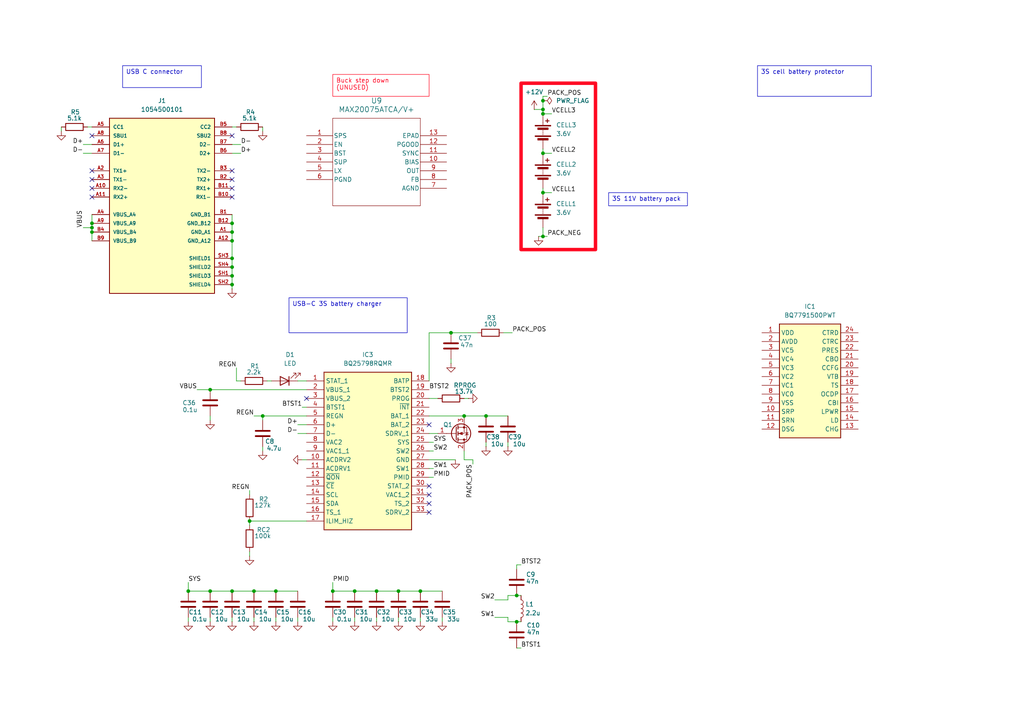
<source format=kicad_sch>
(kicad_sch (version 20231120) (generator "eeschema") (generator_version "8.0")
  (paper "A4")
  (title_block (title "FMU") (date "2024-04-05") (rev "1") (company "Daniel Pérez (steewBSD)") (comment 1 "Flight Management Unit for quadcopter") (comment 2 "USB interface, power supply and battery charging and protection"))
  (lib_symbols
    (symbol "1054500101:1054500101" (pin_names (offset 1.016))
      (property "Reference" "J" (at -15.24 26.162 0))
      (property "Value" "1054500101" (at -15.24 -27.94 0))
      (symbol "1054500101_0_0"
        (rectangle (start -15.24 -25.4) (end 15.24 25.4) (stroke (width 0.254)) (fill (type background)))
        (pin power_in line (at 20.32 -7.62 180) (length 5.08) (name "GND_A1") (number "A1"))
        (pin bidirectional line (at -20.32 5.08 0) (length 5.08) (name "RX2-") (number "A10"))
        (pin bidirectional line (at -20.32 2.54 0) (length 5.08) (name "RX2+") (number "A11"))
        (pin power_in line (at 20.32 -10.16 180) (length 5.08) (name "GND_A12") (number "A12"))
        (pin bidirectional line (at -20.32 10.16 0) (length 5.08) (name "TX1+") (number "A2"))
        (pin bidirectional line (at -20.32 7.62 0) (length 5.08) (name "TX1-") (number "A3"))
        (pin power_in line (at -20.32 -2.54 0) (length 5.08) (name "VBUS_A4") (number "A4"))
        (pin bidirectional line (at -20.32 22.86 0) (length 5.08) (name "CC1") (number "A5"))
        (pin bidirectional line (at -20.32 17.78 0) (length 5.08) (name "D1+") (number "A6"))
        (pin bidirectional line (at -20.32 15.24 0) (length 5.08) (name "D1-") (number "A7"))
        (pin bidirectional line (at -20.32 20.32 0) (length 5.08) (name "SBU1") (number "A8"))
        (pin power_in line (at -20.32 -5.08 0) (length 5.08) (name "VBUS_A9") (number "A9"))
        (pin power_in line (at 20.32 -2.54 180) (length 5.08) (name "GND_B1") (number "B1"))
        (pin bidirectional line (at 20.32 2.54 180) (length 5.08) (name "RX1-") (number "B10"))
        (pin bidirectional line (at 20.32 5.08 180) (length 5.08) (name "RX1+") (number "B11"))
        (pin power_in line (at 20.32 -5.08 180) (length 5.08) (name "GND_B12") (number "B12"))
        (pin bidirectional line (at 20.32 7.62 180) (length 5.08) (name "TX2+") (number "B2"))
        (pin bidirectional line (at 20.32 10.16 180) (length 5.08) (name "TX2-") (number "B3"))
        (pin power_in line (at -20.32 -7.62 0) (length 5.08) (name "VBUS_B4") (number "B4"))
        (pin bidirectional line (at 20.32 22.86 180) (length 5.08) (name "CC2") (number "B5"))
        (pin bidirectional line (at 20.32 15.24 180) (length 5.08) (name "D2+") (number "B6"))
        (pin bidirectional line (at 20.32 17.78 180) (length 5.08) (name "D2-") (number "B7"))
        (pin bidirectional line (at 20.32 20.32 180) (length 5.08) (name "SBU2") (number "B8"))
        (pin power_in line (at -20.32 -10.16 0) (length 5.08) (name "VBUS_B9") (number "B9"))
        (pin passive line (at 20.32 -20.32 180) (length 5.08) (name "SHIELD3") (number "SH1"))
        (pin passive line (at 20.32 -22.86 180) (length 5.08) (name "SHIELD4") (number "SH2"))
        (pin passive line (at 20.32 -15.24 180) (length 5.08) (name "SHIELD1") (number "SH3"))
        (pin passive line (at 20.32 -17.78 180) (length 5.08) (name "SHIELD2") (number "SH4"))
      )
    )
    (symbol "2024-03-27_19-00-00:MAX20075ATCA_V+" (pin_names (offset 0.254))
      (property "Reference" "U" (at 20.32 10.16 0))
      (property "Value" "MAX20075ATCA/V+" (at 20.32 7.62 0))
      (symbol "MAX20075ATCA_V+_0_1"
        (polyline (pts (xy 7.62 -20.32) (xy 33.02 -20.32)) (stroke (width 0.127)))
        (polyline (pts (xy 7.62 5.08) (xy 7.62 -20.32)) (stroke (width 0.127)))
        (polyline (pts (xy 33.02 -20.32) (xy 33.02 5.08)) (stroke (width 0.127)))
        (polyline (pts (xy 33.02 5.08) (xy 7.62 5.08)) (stroke (width 0.127)))
        (pin unspecified line (at 0 0 0) (length 7.62) (name "SPS") (number "1"))
        (pin unspecified line (at 40.64 -7.62 180) (length 7.62) (name "BIAS") (number "10"))
        (pin input line (at 40.64 -5.08 180) (length 7.62) (name "SYNC") (number "11"))
        (pin output line (at 40.64 -2.54 180) (length 7.62) (name "PGOOD") (number "12"))
        (pin unspecified line (at 40.64 0 180) (length 7.62) (name "EPAD") (number "13"))
        (pin input line (at 0 -2.54 0) (length 7.62) (name "EN") (number "2"))
        (pin unspecified line (at 0 -5.08 0) (length 7.62) (name "BST") (number "3"))
        (pin input line (at 0 -7.62 0) (length 7.62) (name "SUP") (number "4"))
        (pin unspecified line (at 0 -10.16 0) (length 7.62) (name "LX") (number "5"))
        (pin power_in line (at 0 -12.7 0) (length 7.62) (name "PGND") (number "6"))
        (pin power_in line (at 40.64 -15.24 180) (length 7.62) (name "AGND") (number "7"))
        (pin output line (at 40.64 -12.7 180) (length 7.62) (name "FB") (number "8"))
        (pin output line (at 40.64 -10.16 180) (length 7.62) (name "OUT") (number "9"))
      )
    )
    (symbol "BQ25798RQMR:BQ25798RQMR"
      (property "Reference" "IC" (at 31.75 7.62 0))
      (property "Value" "BQ25798RQMR" (at 31.75 5.08 0))
      (symbol "BQ25798RQMR_1_1"
        (rectangle (start 5.08 2.54) (end 30.48 -43.18) (stroke (width 0.254)) (fill (type background)))
        (pin passive line (at 0 0 0) (length 5.08) (name "STAT_1") (number "1"))
        (pin passive line (at 0 -22.86 0) (length 5.08) (name "ACDRV2") (number "10"))
        (pin passive line (at 0 -25.4 0) (length 5.08) (name "ACDRV1") (number "11"))
        (pin passive line (at 0 -27.94 0) (length 5.08) (name "~{QON}") (number "12"))
        (pin passive line (at 0 -30.48 0) (length 5.08) (name "~{CE}") (number "13"))
        (pin passive line (at 0 -33.02 0) (length 5.08) (name "SCL") (number "14"))
        (pin passive line (at 0 -35.56 0) (length 5.08) (name "SDA") (number "15"))
        (pin passive line (at 0 -38.1 0) (length 5.08) (name "TS_1") (number "16"))
        (pin passive line (at 0 -40.64 0) (length 5.08) (name "ILIM_HIZ") (number "17"))
        (pin passive line (at 35.56 0 180) (length 5.08) (name "BATP") (number "18"))
        (pin passive line (at 35.56 -2.54 180) (length 5.08) (name "BTST2") (number "19"))
        (pin passive line (at 0 -2.54 0) (length 5.08) (name "VBUS_1") (number "2"))
        (pin passive line (at 35.56 -5.08 180) (length 5.08) (name "PROG") (number "20"))
        (pin passive line (at 35.56 -7.62 180) (length 5.08) (name "~{INT}") (number "21"))
        (pin passive line (at 35.56 -10.16 180) (length 5.08) (name "BAT_1") (number "22"))
        (pin passive line (at 35.56 -12.7 180) (length 5.08) (name "BAT_2") (number "23"))
        (pin passive line (at 35.56 -15.24 180) (length 5.08) (name "SDRV_1") (number "24"))
        (pin passive line (at 35.56 -17.78 180) (length 5.08) (name "SYS") (number "25"))
        (pin passive line (at 35.56 -20.32 180) (length 5.08) (name "SW2") (number "26"))
        (pin passive line (at 35.56 -22.86 180) (length 5.08) (name "GND") (number "27"))
        (pin passive line (at 35.56 -25.4 180) (length 5.08) (name "SW1") (number "28"))
        (pin passive line (at 35.56 -27.94 180) (length 5.08) (name "PMID") (number "29"))
        (pin passive line (at 0 -5.08 0) (length 5.08) (name "VBUS_2") (number "3"))
        (pin passive line (at 35.56 -30.48 180) (length 5.08) (name "STAT_2") (number "30"))
        (pin passive line (at 35.56 -33.02 180) (length 5.08) (name "VAC1_2") (number "31"))
        (pin passive line (at 35.56 -35.56 180) (length 5.08) (name "TS_2") (number "32"))
        (pin passive line (at 35.56 -38.1 180) (length 5.08) (name "SDRV_2") (number "33"))
        (pin passive line (at 0 -7.62 0) (length 5.08) (name "BTST1") (number "4"))
        (pin passive line (at 0 -10.16 0) (length 5.08) (name "REGN") (number "5"))
        (pin passive line (at 0 -12.7 0) (length 5.08) (name "D+") (number "6"))
        (pin passive line (at 0 -15.24 0) (length 5.08) (name "D-") (number "7"))
        (pin passive line (at 0 -17.78 0) (length 5.08) (name "VAC2") (number "8"))
        (pin passive line (at 0 -20.32 0) (length 5.08) (name "VAC1_1") (number "9"))
      )
    )
    (symbol "BQ7791500PWT:BQ7791500PWT"
      (property "Reference" "IC" (at 24.13 7.62 0))
      (property "Value" "BQ7791500PWT" (at 24.13 5.08 0))
      (symbol "BQ7791500PWT_1_1"
        (rectangle (start 5.08 2.54) (end 22.86 -30.48) (stroke (width 0.254)) (fill (type background)))
        (pin passive line (at 0 0 0) (length 5.08) (name "VDD") (number "1"))
        (pin passive line (at 0 -22.86 0) (length 5.08) (name "SRP") (number "10"))
        (pin passive line (at 0 -25.4 0) (length 5.08) (name "SRN") (number "11"))
        (pin passive line (at 0 -27.94 0) (length 5.08) (name "DSG") (number "12"))
        (pin passive line (at 27.94 -27.94 180) (length 5.08) (name "CHG") (number "13"))
        (pin passive line (at 27.94 -25.4 180) (length 5.08) (name "LD") (number "14"))
        (pin passive line (at 27.94 -22.86 180) (length 5.08) (name "LPWR") (number "15"))
        (pin passive line (at 27.94 -20.32 180) (length 5.08) (name "CBI") (number "16"))
        (pin passive line (at 27.94 -17.78 180) (length 5.08) (name "OCDP") (number "17"))
        (pin passive line (at 27.94 -15.24 180) (length 5.08) (name "TS") (number "18"))
        (pin passive line (at 27.94 -12.7 180) (length 5.08) (name "VTB") (number "19"))
        (pin passive line (at 0 -2.54 0) (length 5.08) (name "AVDD") (number "2"))
        (pin passive line (at 27.94 -10.16 180) (length 5.08) (name "CCFG") (number "20"))
        (pin passive line (at 27.94 -7.62 180) (length 5.08) (name "CBO") (number "21"))
        (pin passive line (at 27.94 -5.08 180) (length 5.08) (name "PRES") (number "22"))
        (pin passive line (at 27.94 -2.54 180) (length 5.08) (name "CTRC") (number "23"))
        (pin passive line (at 27.94 0 180) (length 5.08) (name "CTRD") (number "24"))
        (pin passive line (at 0 -5.08 0) (length 5.08) (name "VC5") (number "3"))
        (pin passive line (at 0 -7.62 0) (length 5.08) (name "VC4") (number "4"))
        (pin passive line (at 0 -10.16 0) (length 5.08) (name "VC3") (number "5"))
        (pin passive line (at 0 -12.7 0) (length 5.08) (name "VC2") (number "6"))
        (pin passive line (at 0 -15.24 0) (length 5.08) (name "VC1") (number "7"))
        (pin passive line (at 0 -17.78 0) (length 5.08) (name "VC0") (number "8"))
        (pin passive line (at 0 -20.32 0) (length 5.08) (name "VSS") (number "9"))
      )
    )
    (symbol "Device:Battery" (pin_numbers hide) (pin_names (offset 0) hide)
      (property "Reference" "BT" (at 2.54 2.54 0))
      (property "Value" "Battery" (at 2.54 0 0))
      (symbol "Battery_0_1"
        (rectangle (start -2.286 -1.27) (end 2.286 -1.524) (fill (type outline)))
        (rectangle (start -2.286 1.778) (end 2.286 1.524) (fill (type outline)))
        (rectangle (start -1.524 -2.032) (end 1.524 -2.54) (fill (type outline)))
        (rectangle (start -1.524 1.016) (end 1.524 0.508) (fill (type outline)))
        (polyline (pts (xy 0 -1.016) (xy 0 -0.762)))
        (polyline (pts (xy 0 -0.508) (xy 0 -0.254)))
        (polyline (pts (xy 0 0) (xy 0 0.254)))
        (polyline (pts (xy 0 1.778) (xy 0 2.54)))
        (polyline (pts (xy 0.762 3.048) (xy 1.778 3.048)) (stroke (width 0.254)))
        (polyline (pts (xy 1.27 3.556) (xy 1.27 2.54)) (stroke (width 0.254)))
      )
      (symbol "Battery_1_1"
        (pin passive line (at 0 5.08 270) (length 2.54) (name "+") (number "1"))
        (pin passive line (at 0 -5.08 90) (length 2.54) (name "-") (number "2"))
      )
    )
    (symbol "Device:C" (pin_numbers hide) (pin_names (offset 0.254))
      (property "Reference" "C" (at 0.635 2.54 0))
      (property "Value" "C" (at 0.635 -2.54 0))
      (symbol "C_0_1"
        (polyline (pts (xy -2.032 -0.762) (xy 2.032 -0.762)) (stroke (width 0.508)))
        (polyline (pts (xy -2.032 0.762) (xy 2.032 0.762)) (stroke (width 0.508)))
      )
      (symbol "C_1_1"
        (pin passive line (at 0 3.81 270) (length 2.794) (name "~") (number "1"))
        (pin passive line (at 0 -3.81 90) (length 2.794) (name "~") (number "2"))
      )
    )
    (symbol "Device:L" (pin_numbers hide) (pin_names (offset 1.016) hide)
      (property "Reference" "L" (at -1.27 0 90))
      (property "Value" "L" (at 1.905 0 90))
      (symbol "L_0_1"
        (arc (start 0 -2.54) (mid 0.6323 -1.905) (end 0 -1.27))
        (arc (start 0 -1.27) (mid 0.6323 -0.635) (end 0 0))
        (arc (start 0 0) (mid 0.6323 0.635) (end 0 1.27))
        (arc (start 0 1.27) (mid 0.6323 1.905) (end 0 2.54))
      )
      (symbol "L_1_1"
        (pin passive line (at 0 3.81 270) (length 1.27) (name "1") (number "1"))
        (pin passive line (at 0 -3.81 90) (length 1.27) (name "2") (number "2"))
      )
    )
    (symbol "Device:LED" (pin_numbers hide) (pin_names (offset 1.016) hide)
      (property "Reference" "D" (at 0 2.54 0))
      (property "Value" "LED" (at 0 -2.54 0))
      (symbol "LED_0_1"
        (polyline (pts (xy -1.27 -1.27) (xy -1.27 1.27)) (stroke (width 0.254)))
        (polyline (pts (xy -1.27 0) (xy 1.27 0)))
        (polyline (pts (xy 1.27 -1.27) (xy 1.27 1.27) (xy -1.27 0) (xy 1.27 -1.27)) (stroke (width 0.254)))
        (polyline (pts (xy -3.048 -0.762) (xy -4.572 -2.286) (xy -3.81 -2.286) (xy -4.572 -2.286) (xy -4.572 -1.524)))
        (polyline (pts (xy -1.778 -0.762) (xy -3.302 -2.286) (xy -2.54 -2.286) (xy -3.302 -2.286) (xy -3.302 -1.524)))
      )
      (symbol "LED_1_1"
        (pin passive line (at -3.81 0 0) (length 2.54) (name "K") (number "1"))
        (pin passive line (at 3.81 0 180) (length 2.54) (name "A") (number "2"))
      )
    )
    (symbol "Device:R" (pin_numbers hide) (pin_names (offset 0))
      (property "Reference" "R" (at 2.032 0 90))
      (property "Value" "R" (at 0 0 90))
      (symbol "R_0_1"
        (rectangle (start -1.016 -2.54) (end 1.016 2.54) (stroke (width 0.254)))
      )
      (symbol "R_1_1"
        (pin passive line (at 0 3.81 270) (length 1.27) (name "~") (number "1"))
        (pin passive line (at 0 -3.81 90) (length 1.27) (name "~") (number "2"))
      )
    )
    (symbol "Transistor_FET:NDT3055L" (pin_names hide)
      (property "Reference" "Q" (at 5.08 1.905 0))
      (property "Value" "NDT3055L" (at 5.08 0 0))
      (symbol "NDT3055L_0_1"
        (polyline (pts (xy 0.254 0) (xy -2.54 0)))
        (polyline (pts (xy 0.254 1.905) (xy 0.254 -1.905)) (stroke (width 0.254)))
        (polyline (pts (xy 0.762 -1.27) (xy 0.762 -2.286)) (stroke (width 0.254)))
        (polyline (pts (xy 0.762 0.508) (xy 0.762 -0.508)) (stroke (width 0.254)))
        (polyline (pts (xy 0.762 2.286) (xy 0.762 1.27)) (stroke (width 0.254)))
        (polyline (pts (xy 2.54 2.54) (xy 2.54 1.778)))
        (polyline (pts (xy 2.54 -2.54) (xy 2.54 0) (xy 0.762 0)))
        (polyline (pts (xy 0.762 -1.778) (xy 3.302 -1.778) (xy 3.302 1.778) (xy 0.762 1.778)))
        (polyline (pts (xy 1.016 0) (xy 2.032 0.381) (xy 2.032 -0.381) (xy 1.016 0)) (fill (type outline)))
        (polyline (pts (xy 2.794 0.508) (xy 2.921 0.381) (xy 3.683 0.381) (xy 3.81 0.254)))
        (polyline (pts (xy 3.302 0.381) (xy 2.921 -0.254) (xy 3.683 -0.254) (xy 3.302 0.381)))
        (circle (center 1.651 0) (radius 2.794) (stroke (width 0.254)))
        (circle (center 2.54 -1.778) (radius 0.254) (fill (type outline)))
        (circle (center 2.54 1.778) (radius 0.254) (fill (type outline)))
      )
      (symbol "NDT3055L_1_1"
        (pin input line (at -5.08 0 0) (length 2.54) (name "G") (number "1"))
        (pin passive line (at 2.54 5.08 270) (length 2.54) (name "D") (number "2"))
        (pin passive line (at 2.54 -5.08 90) (length 2.54) (name "S") (number "3"))
      )
    )
    (symbol "power:+12V" (power) (pin_numbers hide) (pin_names (offset 0) hide)
      (property "Value" "+12V" (at 0 3.556 0))
      (symbol "+12V_0_1"
        (polyline (pts (xy -0.762 1.27) (xy 0 2.54)))
        (polyline (pts (xy 0 0) (xy 0 2.54)))
        (polyline (pts (xy 0 2.54) (xy 0.762 1.27)))
      )
      (symbol "+12V_1_1"
        (pin power_in line (at 0 0 90) (length 0) (name "~") (number "1"))
      )
    )
    (symbol "power:GND" (power) (pin_numbers hide) (pin_names (offset 0) hide)
      (property "Value" "GND" (at 0 -3.81 0))
      (symbol "GND_0_1"
        (polyline (pts (xy 0 0) (xy 0 -1.27) (xy 1.27 -1.27) (xy 0 -2.54) (xy -1.27 -1.27) (xy 0 -1.27)))
      )
      (symbol "GND_1_1"
        (pin power_in line (at 0 0 270) (length 0) (name "~") (number "1"))
      )
    )
    (symbol "power:PWR_FLAG" (power) (pin_numbers hide) (pin_names (offset 0) hide)
      (property "Value" "PWR_FLAG" (at 0 3.81 0))
      (symbol "PWR_FLAG_0_0"
        (pin power_out line (at 0 0 90) (length 0) (name "~") (number "1"))
      )
      (symbol "PWR_FLAG_0_1"
        (polyline (pts (xy 0 0) (xy 0 1.27) (xy -1.016 1.905) (xy 0 2.54) (xy 1.016 1.905) (xy 0 1.27)))
      )
    )
  )
  (junction (at 140.97 120.65))
  (junction (at 149.86 172.72))
  (junction (at 76.2 120.65))
  (junction (at 60.96 171.45))
  (junction (at 157.48 29.21))
  (junction (at 72.39 151.13))
  (junction (at 115.57 171.45))
  (junction (at 26.67 64.77))
  (junction (at 67.31 82.55))
  (junction (at 67.31 171.45))
  (junction (at 67.31 77.47))
  (junction (at 73.66 171.45))
  (junction (at 157.48 31.75))
  (junction (at 60.96 113.03))
  (junction (at 26.67 66.04))
  (junction (at 157.48 68.58))
  (junction (at 67.31 69.85))
  (junction (at 109.22 171.45))
  (junction (at 134.62 120.65))
  (junction (at 96.52 171.45))
  (junction (at 67.31 74.93))
  (junction (at 121.92 171.45))
  (junction (at 130.81 96.52))
  (junction (at 67.31 80.01))
  (junction (at 149.86 180.34))
  (junction (at 157.48 55.88))
  (junction (at 157.48 33.02))
  (junction (at 157.48 44.45))
  (junction (at 102.87 171.45))
  (junction (at 67.31 64.77))
  (junction (at 67.31 67.31))
  (junction (at 26.67 67.31))
  (junction (at 80.01 171.45))
  (junction (at 54.61 171.45))
  (no_connect (at 26.67 52.07))
  (no_connect (at 124.46 146.05))
  (no_connect (at 67.31 49.53))
  (no_connect (at 124.46 148.59))
  (no_connect (at 124.46 143.51))
  (no_connect (at 26.67 49.53))
  (no_connect (at 26.67 57.15))
  (no_connect (at 67.31 54.61))
  (no_connect (at 26.67 54.61))
  (no_connect (at 67.31 57.15))
  (no_connect (at 88.9 115.57))
  (no_connect (at 26.67 39.37))
  (no_connect (at 124.46 123.19))
  (no_connect (at 124.46 140.97))
  (no_connect (at 67.31 52.07))
  (no_connect (at 67.31 39.37))
  (wire (pts (xy 124.46 135.89) (xy 125.73 135.89)))
  (wire (pts (xy 57.15 113.03) (xy 60.96 113.03)))
  (wire (pts (xy 72.39 142.24) (xy 72.39 143.51)))
  (wire (pts (xy 67.31 179.07) (xy 67.31 180.34)))
  (wire (pts (xy 60.96 171.45) (xy 67.31 171.45)))
  (wire (pts (xy 157.48 27.94) (xy 157.48 29.21)))
  (wire (pts (xy 26.67 66.04) (xy 26.67 67.31)))
  (wire (pts (xy 134.62 115.57) (xy 135.89 115.57)))
  (wire (pts (xy 67.31 74.93) (xy 67.31 77.47)))
  (wire (pts (xy 72.39 151.13) (xy 72.39 152.4)))
  (wire (pts (xy 80.01 171.45) (xy 86.36 171.45)))
  (wire (pts (xy 87.63 133.35) (xy 88.9 133.35)))
  (wire (pts (xy 67.31 64.77) (xy 67.31 67.31)))
  (wire (pts (xy 102.87 179.07) (xy 102.87 180.34)))
  (wire (pts (xy 147.32 128.27) (xy 147.32 129.54)))
  (wire (pts (xy 76.2 129.54) (xy 76.2 130.81)))
  (wire (pts (xy 96.52 179.07) (xy 96.52 180.34)))
  (wire (pts (xy 147.32 179.07) (xy 147.32 180.34)))
  (wire (pts (xy 60.96 179.07) (xy 60.96 180.34)))
  (wire (pts (xy 124.46 115.57) (xy 127 115.57)))
  (wire (pts (xy 130.81 96.52) (xy 138.43 96.52)))
  (wire (pts (xy 143.51 179.07) (xy 147.32 179.07)))
  (wire (pts (xy 134.62 120.65) (xy 140.97 120.65)))
  (wire (pts (xy 157.48 33.02) (xy 160.02 33.02)))
  (wire (pts (xy 140.97 120.65) (xy 147.32 120.65)))
  (wire (pts (xy 67.31 69.85) (xy 67.31 74.93)))
  (wire (pts (xy 86.36 110.49) (xy 88.9 110.49)))
  (wire (pts (xy 17.78 36.83) (xy 17.78 38.1)))
  (wire (pts (xy 109.22 171.45) (xy 115.57 171.45)))
  (wire (pts (xy 147.32 172.72) (xy 149.86 172.72)))
  (wire (pts (xy 134.62 133.35) (xy 134.62 130.81)))
  (wire (pts (xy 158.75 68.58) (xy 157.48 68.58)))
  (wire (pts (xy 109.22 179.07) (xy 109.22 180.34)))
  (wire (pts (xy 60.96 120.65) (xy 60.96 121.92)))
  (wire (pts (xy 130.81 104.14) (xy 130.81 105.41)))
  (wire (pts (xy 124.46 128.27) (xy 125.73 128.27)))
  (wire (pts (xy 151.13 187.96) (xy 149.86 187.96)))
  (wire (pts (xy 157.48 29.21) (xy 157.48 31.75)))
  (wire (pts (xy 26.67 67.31) (xy 26.67 69.85)))
  (wire (pts (xy 67.31 77.47) (xy 67.31 80.01)))
  (wire (pts (xy 147.32 173.99) (xy 147.32 172.72)))
  (wire (pts (xy 26.67 62.23) (xy 26.67 64.77)))
  (wire (pts (xy 69.85 41.91) (xy 67.31 41.91)))
  (wire (pts (xy 149.86 163.83) (xy 149.86 165.1)))
  (wire (pts (xy 68.58 106.68) (xy 68.58 110.49)))
  (wire (pts (xy 157.48 44.45) (xy 160.02 44.45)))
  (wire (pts (xy 140.97 128.27) (xy 140.97 129.54)))
  (wire (pts (xy 124.46 130.81) (xy 125.73 130.81)))
  (wire (pts (xy 24.13 66.04) (xy 26.67 66.04)))
  (wire (pts (xy 151.13 163.83) (xy 149.86 163.83)))
  (wire (pts (xy 26.67 64.77) (xy 26.67 66.04)))
  (wire (pts (xy 124.46 125.73) (xy 127 125.73)))
  (wire (pts (xy 73.66 120.65) (xy 76.2 120.65)))
  (wire (pts (xy 156.21 68.58) (xy 157.48 68.58)))
  (wire (pts (xy 76.2 36.83) (xy 76.2 38.1)))
  (wire (pts (xy 67.31 62.23) (xy 67.31 64.77)))
  (wire (pts (xy 73.66 171.45) (xy 80.01 171.45)))
  (wire (pts (xy 72.39 160.02) (xy 72.39 161.29)))
  (wire (pts (xy 96.52 171.45) (xy 102.87 171.45)))
  (wire (pts (xy 157.48 31.75) (xy 157.48 33.02)))
  (wire (pts (xy 157.48 68.58) (xy 157.48 66.04)))
  (wire (pts (xy 124.46 96.52) (xy 124.46 110.49)))
  (wire (pts (xy 147.32 180.34) (xy 149.86 180.34)))
  (wire (pts (xy 67.31 80.01) (xy 67.31 82.55)))
  (wire (pts (xy 115.57 171.45) (xy 121.92 171.45)))
  (wire (pts (xy 124.46 120.65) (xy 134.62 120.65)))
  (wire (pts (xy 67.31 171.45) (xy 73.66 171.45)))
  (wire (pts (xy 154.94 31.75) (xy 157.48 31.75)))
  (wire (pts (xy 68.58 110.49) (xy 69.85 110.49)))
  (wire (pts (xy 124.46 96.52) (xy 130.81 96.52)))
  (wire (pts (xy 143.51 173.99) (xy 147.32 173.99)))
  (wire (pts (xy 24.13 44.45) (xy 26.67 44.45)))
  (wire (pts (xy 96.52 168.91) (xy 96.52 171.45)))
  (wire (pts (xy 54.61 171.45) (xy 60.96 171.45)))
  (wire (pts (xy 157.48 43.18) (xy 157.48 44.45)))
  (wire (pts (xy 148.59 96.52) (xy 146.05 96.52)))
  (wire (pts (xy 77.47 110.49) (xy 78.74 110.49)))
  (wire (pts (xy 86.36 123.19) (xy 88.9 123.19)))
  (wire (pts (xy 157.48 54.61) (xy 157.48 55.88)))
  (wire (pts (xy 67.31 36.83) (xy 68.58 36.83)))
  (wire (pts (xy 72.39 151.13) (xy 88.9 151.13)))
  (wire (pts (xy 87.63 118.11) (xy 88.9 118.11)))
  (wire (pts (xy 149.86 180.34) (xy 151.13 180.34)))
  (wire (pts (xy 73.66 179.07) (xy 73.66 180.34)))
  (wire (pts (xy 124.46 133.35) (xy 132.08 133.35)))
  (wire (pts (xy 149.86 172.72) (xy 151.13 172.72)))
  (wire (pts (xy 25.4 36.83) (xy 26.67 36.83)))
  (wire (pts (xy 137.16 133.35) (xy 134.62 133.35)))
  (wire (pts (xy 54.61 179.07) (xy 54.61 180.34)))
  (wire (pts (xy 124.46 138.43) (xy 125.73 138.43)))
  (wire (pts (xy 54.61 168.91) (xy 54.61 171.45)))
  (wire (pts (xy 137.16 134.62) (xy 137.16 133.35)))
  (wire (pts (xy 86.36 179.07) (xy 86.36 180.34)))
  (wire (pts (xy 121.92 171.45) (xy 128.27 171.45)))
  (wire (pts (xy 80.01 179.07) (xy 80.01 180.34)))
  (wire (pts (xy 157.48 55.88) (xy 160.02 55.88)))
  (wire (pts (xy 102.87 171.45) (xy 109.22 171.45)))
  (wire (pts (xy 67.31 82.55) (xy 67.31 83.82)))
  (wire (pts (xy 67.31 67.31) (xy 67.31 69.85)))
  (wire (pts (xy 86.36 125.73) (xy 88.9 125.73)))
  (wire (pts (xy 128.27 179.07) (xy 128.27 180.34)))
  (wire (pts (xy 115.57 179.07) (xy 115.57 180.34)))
  (wire (pts (xy 76.2 120.65) (xy 88.9 120.65)))
  (wire (pts (xy 158.75 27.94) (xy 157.48 27.94)))
  (wire (pts (xy 24.13 41.91) (xy 26.67 41.91)))
  (wire (pts (xy 121.92 179.07) (xy 121.92 180.34)))
  (wire (pts (xy 76.2 120.65) (xy 76.2 121.92)))
  (wire (pts (xy 69.85 44.45) (xy 67.31 44.45)))
  (wire (pts (xy 60.96 113.03) (xy 88.9 113.03)))
  (rectangle (start 151.13 24.13) (end 172.72 72.39) (stroke (width 1) (color 255 7 31 1)))
  (text_box "Buck step down\n(UNUSED)" (at 96.52 21.59 0) (size 27.94 6.35) (stroke (width 0) (color 255 11 35 1)) (effects (font (size 1.27 1.27)) (justify left top)))
  (text_box "3S cell battery protector" (at 219.71 19.05 0) (size 33.02 8.89) (effects (font (size 1.27 1.27)) (justify left top)))
  (text_box "USB-C 3S battery charger" (at 83.82 86.36 0) (size 34.29 10.16) (effects (font (size 1.27 1.27)) (justify left top)))
  (text_box "USB C connector" (at 35.56 19.05 0) (size 22.86 6.35) (effects (font (size 1.27 1.27)) (justify left top)))
  (text_box "3S 11V battery pack\n" (at 176.53 55.88 0) (size 22.86 3.81) (effects (font (size 1.27 1.27)) (justify left top)))
  (label "REGN" (at 68.58 106.68 180))
  (label "SW1" (at 125.73 135.89 0))
  (label "REGN" (at 73.66 120.65 180))
  (label "D-" (at 69.85 41.91 0))
  (label "VCELL1" (at 160.02 55.88 0))
  (label "PACK_POS" (at 137.16 134.62 270))
  (label "PACK_POS" (at 158.75 27.94 0))
  (label "SW2" (at 125.73 130.81 0))
  (label "SYS" (at 125.73 128.27 0))
  (label "SYS" (at 54.61 168.91 0))
  (label "SW1" (at 143.51 179.07 180))
  (label "REGN" (at 72.39 142.24 180))
  (label "BTST2" (at 124.46 113.03 0))
  (label "D-" (at 86.36 125.73 180))
  (label "D-" (at 24.13 44.45 180))
  (label "VCELL2" (at 160.02 44.45 0))
  (label "VBUS" (at 57.15 113.03 180))
  (label "VBUS" (at 24.13 66.04 90))
  (label "D+" (at 69.85 44.45 0))
  (label "PMID" (at 125.73 138.43 0))
  (label "D+" (at 86.36 123.19 180))
  (label "VCELL3" (at 160.02 33.02 0))
  (label "BTST2" (at 151.13 163.83 0))
  (label "PACK_POS" (at 148.59 96.52 0))
  (label "BTST1" (at 87.63 118.11 180))
  (label "PACK_NEG" (at 158.75 68.58 0))
  (label "SW2" (at 143.51 173.99 180))
  (label "D+" (at 24.13 41.91 180))
  (label "PMID" (at 96.52 168.91 0))
  (label "BTST1" (at 151.13 187.96 0))
  (symbol (lib_id "power:GND") (at 102.87 180.34 0) (unit 1)
    (property "Reference" "#PWR030" (effects (hide yes)))
    (property "Value" "GND" (effects (hide yes)))
    (property "Description" "Power symbol creates a global label with name \"GND\" , ground" (effects (hide yes)))
  )
  (symbol (lib_id "power:GND") (at 67.31 83.82 0) (unit 1)
    (property "Reference" "#PWR034" (effects (hide yes)))
    (property "Value" "GND" (effects (hide yes)))
    (property "Description" "Power symbol creates a global label with name \"GND\" , ground" (effects (hide yes)))
  )
  (symbol (lib_id "2024-03-27_19-00-00:MAX20075ATCA_V+") (at 88.9 39.37 0) (unit 1)
    (property "Reference" "U9" (at 109.22 29.21 0) (effects (font (size 1.524 1.524))))
    (property "Value" "MAX20075ATCA/V+" (at 109.22 31.75 0) (effects (font (size 1.524 1.524))))
    (property "Footprint" "21-0664B_MXM" (effects (hide yes)))
    (property "Datasheet" "MAX20075ATCA/V+" (effects (hide yes)))
  )
  (symbol (lib_id "Device:C") (at 149.86 168.91 180) (unit 1)
    (property "Reference" "C9" (at 153.924 166.624 0))
    (property "Value" "47n" (at 154.432 168.656 0))
    (property "Footprint" "Capacitor_SMD:C_0603_1608Metric" (effects (hide yes)))
    (property "Description" "Unpolarized capacitor" (effects (hide yes)))
    (property "Type" "X5R" (effects (hide yes)))
  )
  (symbol (lib_id "Device:C") (at 140.97 124.46 180) (unit 1)
    (property "Reference" "C38" (at 143.002 126.746 0))
    (property "Value" "10u" (at 144.272 128.778 0))
    (property "Footprint" "Capacitor_SMD:C_0603_1608Metric" (effects (hide yes)))
    (property "Description" "Unpolarized capacitor" (effects (hide yes)))
    (property "Type" "X5R" (effects (hide yes)))
  )
  (symbol (lib_id "power:GND") (at 87.63 133.35 270) (unit 1)
    (property "Reference" "#PWR022" (effects (hide yes)))
    (property "Value" "GND" (effects (hide yes)))
    (property "Description" "Power symbol creates a global label with name \"GND\" , ground" (effects (hide yes)))
  )
  (symbol (lib_id "Device:Battery") (at 157.48 60.96 0) (unit 1)
    (property "Reference" "CELL1" (at 161.29 59.1184 0) (effects (justify left)))
    (property "Value" "3.6V" (at 161.29 61.6584 0) (effects (justify left)))
    (property "Description" "Multiple-cell battery" (effects (hide yes)))
  )
  (symbol (lib_id "Device:C") (at 73.66 175.26 180) (unit 1)
    (property "Reference" "C14" (at 75.692 177.546 0))
    (property "Value" "10u" (at 76.962 179.578 0))
    (property "Footprint" "Capacitor_SMD:C_0603_1608Metric" (effects (hide yes)))
    (property "Description" "Unpolarized capacitor" (effects (hide yes)))
    (property "Type" "X5R" (effects (hide yes)))
  )
  (symbol (lib_id "BQ7791500PWT:BQ7791500PWT") (at 220.98 96.52 0) (unit 1)
    (property "Reference" "IC1" (at 234.95 88.9 0))
    (property "Value" "BQ7791500PWT" (at 234.95 91.44 0))
    (property "Footprint" "SOP65P640X120-24N" (effects (hide yes)))
    (property "Datasheet" "http://www.ti.com/lit/ds/symlink/bq77915.pdf" (effects (hide yes)))
    (property "Description" "Battery Management 3-Series to 5-Series Stackable Ultra-Low-Power Primary Protector With Autonomous Cell Balancing 24-TSSOP -40 to 85" (effects (hide yes)))
    (property "Height" "1.2" (effects (hide yes)))
    (property "Manufacturer_Name" "Texas Instruments" (effects (hide yes)))
    (property "Manufacturer_Part_Number" "BQ7791500PWT" (effects (hide yes)))
    (property "Mouser Part Number" "595-BQ7791500PWT" (effects (hide yes)))
    (property "Mouser Price/Stock" "https://www.mouser.co.uk/ProductDetail/Texas-Instruments/BQ7791500PWT?qs=F5EMLAvA7IDA%252BxzelASpbg%3D%3D" (effects (hide yes)))
    (property "Arrow Part Number" "BQ7791500PWT" (effects (hide yes)))
    (property "Arrow Price/Stock" "https://www.arrow.com/en/products/bq7791500pwt/texas-instruments?region=nac" (effects (hide yes)))
  )
  (symbol (lib_id "power:GND") (at 73.66 180.34 0) (unit 1)
    (property "Reference" "#PWR026" (effects (hide yes)))
    (property "Value" "GND" (effects (hide yes)))
    (property "Description" "Power symbol creates a global label with name \"GND\" , ground" (effects (hide yes)))
  )
  (symbol (lib_id "power:GND") (at 80.01 180.34 0) (unit 1)
    (property "Reference" "#PWR027" (effects (hide yes)))
    (property "Value" "GND" (effects (hide yes)))
    (property "Description" "Power symbol creates a global label with name \"GND\" , ground" (effects (hide yes)))
  )
  (symbol (lib_id "Device:R") (at 142.24 96.52 90) (unit 1)
    (property "Reference" "R3" (at 142.494 92.202 90))
    (property "Value" "100" (at 142.24 93.98 90))
    (property "Footprint" "Resistor_SMD:R_0603_1608Metric" (effects (hide yes)))
    (property "Description" "Resistor" (effects (hide yes)))
  )
  (symbol (lib_id "Device:C") (at 96.52 175.26 180) (unit 1)
    (property "Reference" "C30" (at 98.552 177.546 0))
    (property "Value" "0.1u" (at 99.822 179.578 0))
    (property "Footprint" "Capacitor_SMD:C_0603_1608Metric" (effects (hide yes)))
    (property "Description" "Unpolarized capacitor" (effects (hide yes)))
    (property "Type" "X5R" (effects (hide yes)))
  )
  (symbol (lib_id "power:GND") (at 132.08 133.35 0) (unit 1)
    (property "Reference" "#PWR019" (effects (hide yes)))
    (property "Value" "GND" (effects (hide yes)))
    (property "Description" "Power symbol creates a global label with name \"GND\" , ground" (effects (hide yes)))
  )
  (symbol (lib_id "power:GND") (at 76.2 38.1 0) (unit 1)
    (property "Reference" "#PWR0134" (effects (hide yes)))
    (property "Value" "GND" (effects (hide yes)))
    (property "Description" "Power symbol creates a global label with name \"GND\" , ground" (effects (hide yes)))
  )
  (symbol (lib_id "power:PWR_FLAG") (at 157.48 29.21 270) (unit 1)
    (property "Reference" "#FLG04" (effects (hide yes)))
    (property "Value" "PWR_FLAG" (at 161.29 29.2099 90) (effects (justify left)))
    (property "Description" "Special symbol for telling ERC where power comes from" (effects (hide yes)))
  )
  (symbol (lib_id "Device:C") (at 80.01 175.26 180) (unit 1)
    (property "Reference" "C15" (at 82.042 177.546 0))
    (property "Value" "10u" (at 83.312 179.578 0))
    (property "Footprint" "Capacitor_SMD:C_0603_1608Metric" (effects (hide yes)))
    (property "Description" "Unpolarized capacitor" (effects (hide yes)))
    (property "Type" "X5R" (effects (hide yes)))
  )
  (symbol (lib_id "power:GND") (at 67.31 180.34 0) (unit 1)
    (property "Reference" "#PWR025" (effects (hide yes)))
    (property "Value" "GND" (effects (hide yes)))
    (property "Description" "Power symbol creates a global label with name \"GND\" , ground" (effects (hide yes)))
  )
  (symbol (lib_id "Device:R") (at 21.59 36.83 90) (unit 1)
    (property "Reference" "R5" (at 21.844 32.512 90))
    (property "Value" "5.1k" (at 21.59 34.29 90))
    (property "Footprint" "Resistor_SMD:R_0603_1608Metric" (effects (hide yes)))
    (property "Description" "Resistor" (effects (hide yes)))
  )
  (symbol (lib_id "power:GND") (at 140.97 129.54 0) (unit 1)
    (property "Reference" "#PWR0132" (effects (hide yes)))
    (property "Value" "GND" (effects (hide yes)))
    (property "Description" "Power symbol creates a global label with name \"GND\" , ground" (effects (hide yes)))
  )
  (symbol (lib_id "power:GND") (at 60.96 180.34 0) (unit 1)
    (property "Reference" "#PWR024" (effects (hide yes)))
    (property "Value" "GND" (effects (hide yes)))
    (property "Description" "Power symbol creates a global label with name \"GND\" , ground" (effects (hide yes)))
  )
  (symbol (lib_id "power:GND") (at 130.81 105.41 0) (unit 1)
    (property "Reference" "#PWR0131" (effects (hide yes)))
    (property "Value" "GND" (effects (hide yes)))
    (property "Description" "Power symbol creates a global label with name \"GND\" , ground" (effects (hide yes)))
  )
  (symbol (lib_id "Device:C") (at 147.32 124.46 180) (unit 1)
    (property "Reference" "C39" (at 149.352 126.746 0))
    (property "Value" "10u" (at 150.622 128.778 0))
    (property "Footprint" "Capacitor_SMD:C_0603_1608Metric" (effects (hide yes)))
    (property "Description" "Unpolarized capacitor" (effects (hide yes)))
    (property "Type" "X5R" (effects (hide yes)))
  )
  (symbol (lib_id "Device:C") (at 67.31 175.26 180) (unit 1)
    (property "Reference" "C13" (at 69.342 177.546 0))
    (property "Value" "10u" (at 70.612 179.578 0))
    (property "Footprint" "Capacitor_SMD:C_0603_1608Metric" (effects (hide yes)))
    (property "Description" "Unpolarized capacitor" (effects (hide yes)))
    (property "Type" "X5R" (effects (hide yes)))
  )
  (symbol (lib_id "power:GND") (at 96.52 180.34 0) (unit 1)
    (property "Reference" "#PWR029" (effects (hide yes)))
    (property "Value" "GND" (effects (hide yes)))
    (property "Description" "Power symbol creates a global label with name \"GND\" , ground" (effects (hide yes)))
  )
  (symbol (lib_id "Device:R") (at 72.39 36.83 90) (unit 1)
    (property "Reference" "R4" (at 72.644 32.512 90))
    (property "Value" "5.1k" (at 72.39 34.29 90))
    (property "Footprint" "Resistor_SMD:R_0603_1608Metric" (effects (hide yes)))
    (property "Description" "Resistor" (effects (hide yes)))
  )
  (symbol (lib_id "Device:C") (at 60.96 116.84 180) (unit 1)
    (property "Reference" "C36" (at 54.864 116.84 0))
    (property "Value" "0.1u" (at 55.118 118.872 0))
    (property "Footprint" "Capacitor_SMD:C_0603_1608Metric" (effects (hide yes)))
    (property "Description" "Unpolarized capacitor" (effects (hide yes)))
    (property "Type" "X5R" (effects (hide yes)))
  )
  (symbol (lib_id "Device:C") (at 115.57 175.26 180) (unit 1)
    (property "Reference" "C33" (at 117.602 177.546 0))
    (property "Value" "10u" (at 118.872 179.578 0))
    (property "Footprint" "Capacitor_SMD:C_0603_1608Metric" (effects (hide yes)))
    (property "Description" "Unpolarized capacitor" (effects (hide yes)))
    (property "Type" "X5R" (effects (hide yes)))
  )
  (symbol (lib_id "1054500101:1054500101") (at 46.99 59.69 0) (unit 1)
    (property "Reference" "J1" (at 46.99 29.21 0))
    (property "Value" "1054500101" (at 46.99 31.75 0))
    (property "Footprint" "1054500101:MOLEX_1054500101" (effects (hide yes)))
    (property "MF" "Molex" (effects (hide yes)))
    (property "OPTION" "MOLEX_CONFIG" (effects (hide yes)))
    (property "Package" "None" (effects (hide yes)))
    (property "Price" "None" (effects (hide yes)))
    (property "Check_prices" "https://www.snapeda.com/parts/105450-0101/Molex/view-part/?ref=eda" (effects (hide yes)))
    (property "STANDARD" "Manufacturer Recommendations" (effects (hide yes)))
    (property "PARTREV" "A7" (effects (hide yes)))
    (property "SnapEDA_Link" "https://www.snapeda.com/parts/105450-0101/Molex/view-part/?ref=snap" (effects (hide yes)))
    (property "MP" "105450-0101" (effects (hide yes)))
    (property "Description_1" "\nUSB Shielded I/O Receptacle,Type C,Right Angle,Surface Mount,Gold over Nickel | Molex Incorporated 105450-0101\n" (effects (hide yes)))
    (property "MANUFACTURER" "Molex" (effects (hide yes)))
    (property "Availability" "In Stock" (effects (hide yes)))
    (property "MAXIMUM_PACKAGE_HEIGHT" "3.24mm" (effects (hide yes)))
  )
  (symbol (lib_id "power:GND") (at 76.2 130.81 0) (unit 1)
    (property "Reference" "#PWR018" (effects (hide yes)))
    (property "Value" "GND" (effects (hide yes)))
    (property "Description" "Power symbol creates a global label with name \"GND\" , ground" (effects (hide yes)))
  )
  (symbol (lib_id "power:GND") (at 72.39 161.29 0) (unit 1)
    (property "Reference" "#PWR020" (effects (hide yes)))
    (property "Value" "GND" (effects (hide yes)))
    (property "Description" "Power symbol creates a global label with name \"GND\" , ground" (effects (hide yes)))
  )
  (symbol (lib_id "Device:C") (at 60.96 175.26 180) (unit 1)
    (property "Reference" "C12" (at 62.992 177.546 0))
    (property "Value" "10u" (at 64.262 179.578 0))
    (property "Footprint" "Capacitor_SMD:C_0603_1608Metric" (effects (hide yes)))
    (property "Description" "Unpolarized capacitor" (effects (hide yes)))
    (property "Type" "X5R" (effects (hide yes)))
  )
  (symbol (lib_id "power:GND") (at 135.89 115.57 90) (unit 1)
    (property "Reference" "#PWR021" (effects (hide yes)))
    (property "Value" "GND" (effects (hide yes)))
    (property "Description" "Power symbol creates a global label with name \"GND\" , ground" (effects (hide yes)))
  )
  (symbol (lib_id "Device:C") (at 149.86 184.15 180) (unit 1)
    (property "Reference" "C10" (at 154.686 181.356 0))
    (property "Value" "47n" (at 154.686 183.388 0))
    (property "Footprint" "Capacitor_SMD:C_0603_1608Metric" (effects (hide yes)))
    (property "Description" "Unpolarized capacitor" (effects (hide yes)))
    (property "Type" "X5R" (effects (hide yes)))
  )
  (symbol (lib_id "power:GND") (at 17.78 38.1 0) (unit 1)
    (property "Reference" "#PWR0135" (effects (hide yes)))
    (property "Value" "GND" (effects (hide yes)))
    (property "Description" "Power symbol creates a global label with name \"GND\" , ground" (effects (hide yes)))
  )
  (symbol (lib_id "Device:C") (at 109.22 175.26 180) (unit 1)
    (property "Reference" "C32" (at 111.252 177.546 0))
    (property "Value" "10u" (at 112.522 179.578 0))
    (property "Footprint" "Capacitor_SMD:C_0603_1608Metric" (effects (hide yes)))
    (property "Description" "Unpolarized capacitor" (effects (hide yes)))
    (property "Type" "X5R" (effects (hide yes)))
  )
  (symbol (lib_id "Device:R") (at 72.39 147.32 0) (unit 1)
    (property "Reference" "R2" (at 76.454 144.78 0))
    (property "Value" "127k" (at 76.2 146.558 0))
    (property "Footprint" "Resistor_SMD:R_0603_1608Metric" (effects (hide yes)))
    (property "Description" "Resistor" (effects (hide yes)))
  )
  (symbol (lib_id "Device:C") (at 102.87 175.26 180) (unit 1)
    (property "Reference" "C31" (at 104.902 177.546 0))
    (property "Value" "10u" (at 106.172 179.578 0))
    (property "Footprint" "Capacitor_SMD:C_0603_1608Metric" (effects (hide yes)))
    (property "Description" "Unpolarized capacitor" (effects (hide yes)))
    (property "Type" "X5R" (effects (hide yes)))
  )
  (symbol (lib_id "power:+12V") (at 154.94 31.75 0) (unit 1)
    (property "Reference" "#PWR062" (effects (hide yes)))
    (property "Value" "+12V" (at 154.94 26.67 0))
    (property "Description" "Power symbol creates a global label with name \"+12V\"" (effects (hide yes)))
  )
  (symbol (lib_id "Device:C") (at 54.61 175.26 180) (unit 1)
    (property "Reference" "C11" (at 56.642 177.546 0))
    (property "Value" "0.1u" (at 57.912 179.578 0))
    (property "Footprint" "Capacitor_SMD:C_0603_1608Metric" (effects (hide yes)))
    (property "Description" "Unpolarized capacitor" (effects (hide yes)))
    (property "Type" "X5R" (effects (hide yes)))
  )
  (symbol (lib_id "power:GND") (at 109.22 180.34 0) (unit 1)
    (property "Reference" "#PWR031" (effects (hide yes)))
    (property "Value" "GND" (effects (hide yes)))
    (property "Description" "Power symbol creates a global label with name \"GND\" , ground" (effects (hide yes)))
  )
  (symbol (lib_id "power:GND") (at 86.36 180.34 0) (unit 1)
    (property "Reference" "#PWR028" (effects (hide yes)))
    (property "Value" "GND" (effects (hide yes)))
    (property "Description" "Power symbol creates a global label with name \"GND\" , ground" (effects (hide yes)))
  )
  (symbol (lib_id "Device:R") (at 72.39 156.21 0) (unit 1)
    (property "Reference" "RC2" (at 76.454 153.67 0))
    (property "Value" "100k" (at 76.2 155.448 0))
    (property "Footprint" "Resistor_SMD:R_0603_1608Metric" (effects (hide yes)))
    (property "Description" "Resistor" (effects (hide yes)))
  )
  (symbol (lib_id "power:GND") (at 60.96 121.92 0) (unit 1)
    (property "Reference" "#PWR0130" (effects (hide yes)))
    (property "Value" "GND" (effects (hide yes)))
    (property "Description" "Power symbol creates a global label with name \"GND\" , ground" (effects (hide yes)))
  )
  (symbol (lib_id "Device:C") (at 86.36 175.26 180) (unit 1)
    (property "Reference" "C16" (at 88.392 177.546 0))
    (property "Value" "10u" (at 89.662 179.578 0))
    (property "Footprint" "Capacitor_SMD:C_0603_1608Metric" (effects (hide yes)))
    (property "Description" "Unpolarized capacitor" (effects (hide yes)))
    (property "Type" "X5R" (effects (hide yes)))
  )
  (symbol (lib_id "power:GND") (at 115.57 180.34 0) (unit 1)
    (property "Reference" "#PWR032" (effects (hide yes)))
    (property "Value" "GND" (effects (hide yes)))
    (property "Description" "Power symbol creates a global label with name \"GND\" , ground" (effects (hide yes)))
  )
  (symbol (lib_id "Device:C") (at 130.81 100.33 180) (unit 1)
    (property "Reference" "C37" (at 134.874 98.044 0))
    (property "Value" "47n" (at 135.382 100.076 0))
    (property "Footprint" "Capacitor_SMD:C_0603_1608Metric" (effects (hide yes)))
    (property "Description" "Unpolarized capacitor" (effects (hide yes)))
    (property "Type" "X5R" (effects (hide yes)))
  )
  (symbol (lib_id "power:GND") (at 128.27 180.34 0) (unit 1)
    (property "Reference" "#PWR037" (effects (hide yes)))
    (property "Value" "GND" (effects (hide yes)))
    (property "Description" "Power symbol creates a global label with name \"GND\" , ground" (effects (hide yes)))
  )
  (symbol (lib_id "Transistor_FET:NDT3055L") (at 132.08 125.73 0) (mirror x) (unit 1)
    (property "Reference" "Q1" (at 128.524 123.19 0) (effects (justify left)))
    (property "Value" "NDT3055L" (effects (hide yes)))
    (property "Footprint" "Package_TO_SOT_SMD:SOT-223-3_TabPin2" (effects (hide yes)))
    (property "Datasheet" "https://www.onsemi.com/pdf/datasheet/ndt3055l-d.pdf" (effects (hide yes)))
    (property "Description" "4A Id, 60V Vds, N-Channel Logic Level Enhancement Mode MOSFET, SOT-223" (effects (hide yes)))
  )
  (symbol (lib_id "power:GND") (at 54.61 180.34 0) (unit 1)
    (property "Reference" "#PWR023" (effects (hide yes)))
    (property "Value" "GND" (effects (hide yes)))
    (property "Description" "Power symbol creates a global label with name \"GND\" , ground" (effects (hide yes)))
  )
  (symbol (lib_id "Device:R") (at 73.66 110.49 90) (unit 1)
    (property "Reference" "R1" (at 73.914 106.172 90))
    (property "Value" "2.2k" (at 73.66 107.95 90))
    (property "Footprint" "Resistor_SMD:R_0603_1608Metric" (effects (hide yes)))
    (property "Description" "Resistor" (effects (hide yes)))
  )
  (symbol (lib_id "Device:LED") (at 82.55 110.49 180) (unit 1)
    (property "Reference" "D1" (at 84.1375 102.87 0))
    (property "Value" "LED" (at 84.1375 105.41 0))
    (property "Footprint" "LED_SMD:LED_0603_1608Metric" (effects (hide yes)))
    (property "Description" "Light emitting diode" (effects (hide yes)))
  )
  (symbol (lib_id "power:GND") (at 147.32 129.54 0) (unit 1)
    (property "Reference" "#PWR0133" (effects (hide yes)))
    (property "Value" "GND" (effects (hide yes)))
    (property "Description" "Power symbol creates a global label with name \"GND\" , ground" (effects (hide yes)))
  )
  (symbol (lib_id "power:GND") (at 156.21 68.58 0) (unit 1)
    (property "Reference" "#PWR0129" (effects (hide yes)))
    (property "Value" "GND" (effects (hide yes)))
    (property "Description" "Power symbol creates a global label with name \"GND\" , ground" (effects (hide yes)))
  )
  (symbol (lib_id "Device:Battery") (at 157.48 38.1 0) (unit 1)
    (property "Reference" "CELL3" (at 161.29 36.2584 0) (effects (justify left)))
    (property "Value" "3.6V" (at 161.29 38.7984 0) (effects (justify left)))
    (property "Description" "Multiple-cell battery" (effects (hide yes)))
  )
  (symbol (lib_id "Device:C") (at 121.92 175.26 180) (unit 1)
    (property "Reference" "C34" (at 123.952 177.546 0))
    (property "Value" "33u" (at 125.222 179.578 0))
    (property "Footprint" "Capacitor_SMD:C_0603_1608Metric" (effects (hide yes)))
    (property "Description" "POSCAP" (effects (hide yes)))
    (property "Type" "X5R" (effects (hide yes)))
  )
  (symbol (lib_id "Device:C") (at 76.2 125.73 180) (unit 1)
    (property "Reference" "C8" (at 78.232 128.016 0))
    (property "Value" "4.7u" (at 79.502 130.048 0))
    (property "Footprint" "Capacitor_SMD:C_0603_1608Metric" (effects (hide yes)))
    (property "Description" "Unpolarized capacitor" (effects (hide yes)))
    (property "Type" "X5R" (effects (hide yes)))
  )
  (symbol (lib_id "Device:L") (at 151.13 176.53 0) (unit 1)
    (property "Reference" "L1" (at 152.4 175.2599 0) (effects (justify left)))
    (property "Value" "2.2u" (at 152.4 177.7999 0) (effects (justify left)))
    (property "Footprint" "Inductor_SMD:L_0603_1608Metric" (effects (hide yes)))
    (property "Description" "Inductor" (effects (hide yes)))
  )
  (symbol (lib_id "Device:Battery") (at 157.48 49.53 0) (unit 1)
    (property "Reference" "CELL2" (at 161.29 47.6884 0) (effects (justify left)))
    (property "Value" "3.6V" (at 161.29 50.2284 0) (effects (justify left)))
    (property "Description" "Multiple-cell battery" (effects (hide yes)))
  )
  (symbol (lib_id "Device:R") (at 130.81 115.57 90) (unit 1)
    (property "Reference" "RPROG" (at 134.874 111.76 90))
    (property "Value" "13.7k" (at 134.62 113.538 90))
    (property "Footprint" "Resistor_SMD:R_0603_1608Metric" (effects (hide yes)))
    (property "Description" "Resistor" (effects (hide yes)))
    (property "Tolerance" "1%" (effects (hide yes)))
  )
  (symbol (lib_id "Device:C") (at 128.27 175.26 180) (unit 1)
    (property "Reference" "C35" (at 130.302 177.546 0))
    (property "Value" "33u" (at 131.572 179.578 0))
    (property "Footprint" "Capacitor_SMD:C_0603_1608Metric" (effects (hide yes)))
    (property "Description" "POSTCAP" (effects (hide yes)))
    (property "Type" "X5R" (effects (hide yes)))
  )
  (symbol (lib_id "power:GND") (at 121.92 180.34 0) (unit 1)
    (property "Reference" "#PWR033" (effects (hide yes)))
    (property "Value" "GND" (effects (hide yes)))
    (property "Description" "Power symbol creates a global label with name \"GND\" , ground" (effects (hide yes)))
  )
  (symbol (lib_id "BQ25798RQMR:BQ25798RQMR") (at 88.9 110.49 0) (unit 1)
    (property "Reference" "IC3" (at 106.68 102.87 0))
    (property "Value" "BQ25798RQMR" (at 106.68 105.41 0))
    (property "Footprint" "BQ25798RQMR" (effects (hide yes)))
    (property "Datasheet" "https://www.ti.com/lit/gpn/bq25798" (effects (hide yes)))
    (property "Description" "Battery Management I C controlled, 1-4-cell, 5-A buck-boost solar battery charger with dual-input selector and MPPT" (effects (hide yes)))
    (property "Height" "1" (effects (hide yes)))
    (property "Manufacturer_Name" "Texas Instruments" (effects (hide yes)))
    (property "Manufacturer_Part_Number" "BQ25798RQMR" (effects (hide yes)))
    (property "Mouser Part Number" "595-BQ25798RQMR" (effects (hide yes)))
    (property "Mouser Price/Stock" "https://www.mouser.co.uk/ProductDetail/Texas-Instruments/BQ25798RQMR?qs=ljCeji4nMDmr66dwAbNsCg%3D%3D" (effects (hide yes)))
    (property "Arrow Part Number" "BQ25798RQMR" (effects (hide yes)))
    (property "Arrow Price/Stock" "https://www.arrow.com/en/products/bq25798rqmr/texas-instruments?region=nac" (effects (hide yes)))
  )
)
</source>
